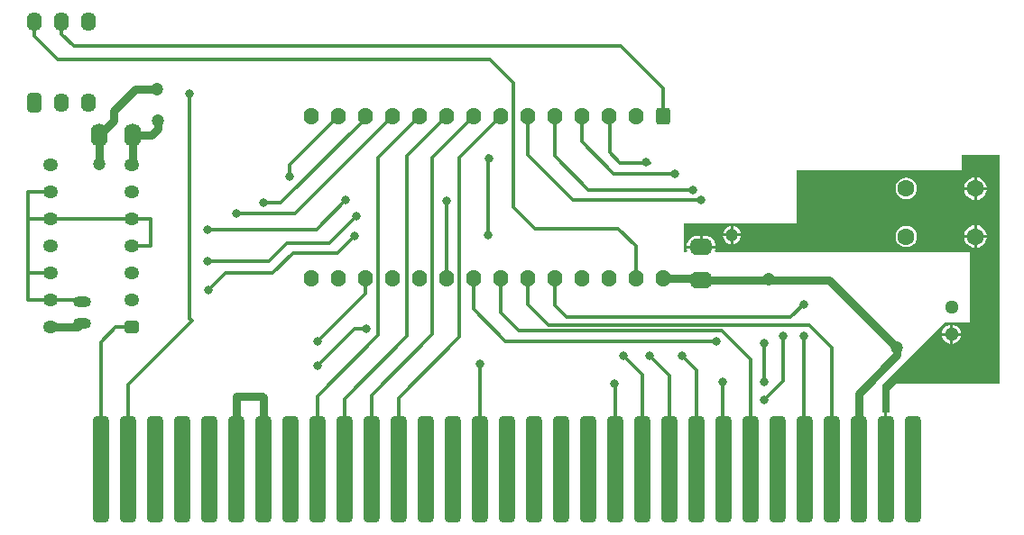
<source format=gbl>
G04 Layer_Physical_Order=2*
G04 Layer_Color=16711680*
%FSAX24Y24*%
%MOIN*%
G70*
G01*
G75*
G04:AMPARAMS|DCode=10|XSize=59.1mil|YSize=393.7mil|CornerRadius=14.8mil|HoleSize=0mil|Usage=FLASHONLY|Rotation=0.000|XOffset=0mil|YOffset=0mil|HoleType=Round|Shape=RoundedRectangle|*
%AMROUNDEDRECTD10*
21,1,0.0591,0.3642,0,0,0.0*
21,1,0.0295,0.3937,0,0,0.0*
1,1,0.0295,0.0148,-0.1821*
1,1,0.0295,-0.0148,-0.1821*
1,1,0.0295,-0.0148,0.1821*
1,1,0.0295,0.0148,0.1821*
%
%ADD10ROUNDEDRECTD10*%
%ADD12O,0.0669X0.0394*%
%ADD13C,0.0295*%
%ADD14C,0.0118*%
%ADD15O,0.0551X0.0472*%
G04:AMPARAMS|DCode=16|XSize=55.1mil|YSize=47.2mil|CornerRadius=11.8mil|HoleSize=0mil|Usage=FLASHONLY|Rotation=180.000|XOffset=0mil|YOffset=0mil|HoleType=Round|Shape=RoundedRectangle|*
%AMROUNDEDRECTD16*
21,1,0.0551,0.0236,0,0,180.0*
21,1,0.0315,0.0472,0,0,180.0*
1,1,0.0236,-0.0157,0.0118*
1,1,0.0236,0.0157,0.0118*
1,1,0.0236,0.0157,-0.0118*
1,1,0.0236,-0.0157,-0.0118*
%
%ADD16ROUNDEDRECTD16*%
%ADD17O,0.0551X0.0630*%
G04:AMPARAMS|DCode=18|XSize=55.1mil|YSize=63mil|CornerRadius=13.8mil|HoleSize=0mil|Usage=FLASHONLY|Rotation=180.000|XOffset=0mil|YOffset=0mil|HoleType=Round|Shape=RoundedRectangle|*
%AMROUNDEDRECTD18*
21,1,0.0551,0.0354,0,0,180.0*
21,1,0.0276,0.0630,0,0,180.0*
1,1,0.0276,-0.0138,0.0177*
1,1,0.0276,0.0138,0.0177*
1,1,0.0276,0.0138,-0.0177*
1,1,0.0276,-0.0138,-0.0177*
%
%ADD18ROUNDEDRECTD18*%
G04:AMPARAMS|DCode=19|XSize=55.1mil|YSize=70.9mil|CornerRadius=13.8mil|HoleSize=0mil|Usage=FLASHONLY|Rotation=0.000|XOffset=0mil|YOffset=0mil|HoleType=Round|Shape=RoundedRectangle|*
%AMROUNDEDRECTD19*
21,1,0.0551,0.0433,0,0,0.0*
21,1,0.0276,0.0709,0,0,0.0*
1,1,0.0276,0.0138,-0.0217*
1,1,0.0276,-0.0138,-0.0217*
1,1,0.0276,-0.0138,0.0217*
1,1,0.0276,0.0138,0.0217*
%
%ADD19ROUNDEDRECTD19*%
%ADD20O,0.0551X0.0709*%
%ADD21C,0.0512*%
%ADD22C,0.0630*%
%ADD23C,0.0472*%
%ADD24C,0.0315*%
%ADD25O,0.0866X0.0630*%
%ADD26O,0.0630X0.0866*%
G36*
X059685Y024409D02*
X059685Y015945D01*
X055866D01*
X055630Y015709D01*
Y014873D01*
X055624Y014869D01*
X055526D01*
Y012795D01*
X055426D01*
Y014869D01*
X055354D01*
Y015906D01*
X057677Y018228D01*
X058583D01*
Y020827D01*
X049200D01*
X049173Y020868D01*
X049184Y020896D01*
X049191Y020954D01*
X048661D01*
X048131D01*
X048139Y020896D01*
X048150Y020868D01*
X048123Y020827D01*
X048032D01*
Y021890D01*
X052177D01*
Y023858D01*
X058275D01*
X058275Y024409D01*
X059685Y024409D01*
D02*
G37*
%LPC*%
G36*
X056240Y021795D02*
X056137Y021781D01*
X056042Y021742D01*
X055959Y021678D01*
X055896Y021596D01*
X055857Y021500D01*
X055843Y021398D01*
X055857Y021295D01*
X055896Y021199D01*
X055959Y021117D01*
X056042Y021054D01*
X056137Y021014D01*
X056240Y021001D01*
X056343Y021014D01*
X056439Y021054D01*
X056521Y021117D01*
X056584Y021199D01*
X056624Y021295D01*
X056637Y021398D01*
X056624Y021500D01*
X056584Y021596D01*
X056521Y021678D01*
X056439Y021742D01*
X056343Y021781D01*
X056240Y021795D01*
D02*
G37*
G36*
X058749Y021348D02*
X058387D01*
X058395Y021289D01*
X058437Y021188D01*
X058503Y021102D01*
X058590Y021035D01*
X058691Y020993D01*
X058749Y020986D01*
Y021348D01*
D02*
G37*
G36*
X048780Y021422D02*
X048711D01*
Y021054D01*
X049191D01*
X049184Y021112D01*
X049142Y021213D01*
X049075Y021300D01*
X048989Y021366D01*
X048888Y021408D01*
X048780Y021422D01*
D02*
G37*
G36*
X048611D02*
X048543D01*
X048435Y021408D01*
X048334Y021366D01*
X048247Y021300D01*
X048181Y021213D01*
X048139Y021112D01*
X048131Y021054D01*
X048611D01*
Y021422D01*
D02*
G37*
G36*
X059211Y021348D02*
X058849D01*
Y020986D01*
X058908Y020993D01*
X059008Y021035D01*
X059095Y021102D01*
X059162Y021188D01*
X059203Y021289D01*
X059211Y021348D01*
D02*
G37*
G36*
X057863Y017730D02*
X057561D01*
X057567Y017687D01*
X057603Y017600D01*
X057660Y017526D01*
X057734Y017469D01*
X057820Y017433D01*
X057863Y017427D01*
Y017730D01*
D02*
G37*
G36*
X058266D02*
X057963D01*
Y017427D01*
X058006Y017433D01*
X058093Y017469D01*
X058167Y017526D01*
X058224Y017600D01*
X058260Y017687D01*
X058266Y017730D01*
D02*
G37*
G36*
X057963Y018132D02*
Y017830D01*
X058266D01*
X058260Y017872D01*
X058224Y017959D01*
X058167Y018033D01*
X058093Y018090D01*
X058006Y018126D01*
X057963Y018132D01*
D02*
G37*
G36*
X057863Y018132D02*
X057820Y018126D01*
X057734Y018090D01*
X057660Y018033D01*
X057603Y017959D01*
X057567Y017872D01*
X057561Y017830D01*
X057863D01*
Y018132D01*
D02*
G37*
G36*
X049753Y021407D02*
X049471D01*
X049476Y021369D01*
X049509Y021287D01*
X049563Y021217D01*
X049634Y021163D01*
X049715Y021129D01*
X049753Y021124D01*
Y021407D01*
D02*
G37*
G36*
X058749Y023119D02*
X058387D01*
X058395Y023061D01*
X058437Y022960D01*
X058503Y022873D01*
X058590Y022807D01*
X058691Y022765D01*
X058749Y022757D01*
Y023119D01*
D02*
G37*
G36*
X059211D02*
X058849D01*
Y022757D01*
X058908Y022765D01*
X059008Y022807D01*
X059095Y022873D01*
X059162Y022960D01*
X059203Y023061D01*
X059211Y023119D01*
D02*
G37*
G36*
X056240Y023566D02*
X056137Y023553D01*
X056042Y023513D01*
X055959Y023450D01*
X055896Y023368D01*
X055857Y023272D01*
X055843Y023169D01*
X055857Y023067D01*
X055896Y022971D01*
X055959Y022889D01*
X056042Y022825D01*
X056137Y022786D01*
X056240Y022772D01*
X056343Y022786D01*
X056439Y022825D01*
X056521Y022889D01*
X056584Y022971D01*
X056624Y023067D01*
X056637Y023169D01*
X056624Y023272D01*
X056584Y023368D01*
X056521Y023450D01*
X056439Y023513D01*
X056343Y023553D01*
X056240Y023566D01*
D02*
G37*
G36*
X058849Y023581D02*
Y023219D01*
X059211D01*
X059203Y023278D01*
X059162Y023379D01*
X059095Y023465D01*
X059008Y023532D01*
X058908Y023574D01*
X058849Y023581D01*
D02*
G37*
G36*
X058749Y023581D02*
X058691Y023574D01*
X058590Y023532D01*
X058503Y023465D01*
X058437Y023379D01*
X058395Y023278D01*
X058387Y023219D01*
X058749D01*
Y023581D01*
D02*
G37*
G36*
Y021810D02*
X058691Y021802D01*
X058590Y021760D01*
X058503Y021694D01*
X058437Y021607D01*
X058395Y021506D01*
X058387Y021448D01*
X058749D01*
Y021810D01*
D02*
G37*
G36*
X050136Y021407D02*
X049853D01*
Y021124D01*
X049891Y021129D01*
X049973Y021163D01*
X050043Y021217D01*
X050097Y021287D01*
X050131Y021369D01*
X050136Y021407D01*
D02*
G37*
G36*
X058849Y021810D02*
Y021448D01*
X059211D01*
X059203Y021506D01*
X059162Y021607D01*
X059095Y021694D01*
X059008Y021760D01*
X058908Y021802D01*
X058849Y021810D01*
D02*
G37*
G36*
X049853Y021789D02*
Y021507D01*
X050136D01*
X050131Y021544D01*
X050097Y021626D01*
X050043Y021696D01*
X049973Y021750D01*
X049891Y021784D01*
X049853Y021789D01*
D02*
G37*
G36*
X049753D02*
X049715Y021784D01*
X049634Y021750D01*
X049563Y021696D01*
X049509Y021626D01*
X049476Y021544D01*
X049471Y021507D01*
X049753D01*
Y021789D01*
D02*
G37*
%LPD*%
G54D10*
X026476Y012795D02*
D03*
X027476Y012795D02*
D03*
X028476Y012795D02*
D03*
X029476D02*
D03*
X030476Y012795D02*
D03*
X031476Y012795D02*
D03*
X032476Y012795D02*
D03*
X033476D02*
D03*
X034476Y012795D02*
D03*
X035476D02*
D03*
X036476Y012795D02*
D03*
X037476Y012795D02*
D03*
X038476Y012795D02*
D03*
X039476Y012795D02*
D03*
X040476Y012795D02*
D03*
X041476Y012795D02*
D03*
X042476D02*
D03*
X043476Y012795D02*
D03*
X044476D02*
D03*
X045476Y012795D02*
D03*
X046476Y012795D02*
D03*
X047476D02*
D03*
X048476D02*
D03*
X049476Y012795D02*
D03*
X050476Y012795D02*
D03*
X051476Y012795D02*
D03*
X052476D02*
D03*
X053476D02*
D03*
X054476Y012795D02*
D03*
X055476Y012795D02*
D03*
X056476D02*
D03*
G54D12*
X025787Y018189D02*
D03*
Y018976D02*
D03*
G54D13*
X024638Y018039D02*
X025638D01*
X025787Y018189D01*
X031476Y012795D02*
Y015492D01*
X032421D01*
X032476Y015437D01*
Y012795D01*
X027657Y024059D02*
Y025157D01*
X028346D01*
X028583Y025394D01*
Y025669D01*
X027657Y024059D02*
X027638Y024039D01*
X026969Y025689D02*
Y026063D01*
X027756Y026850D01*
X028543D01*
X026969Y025689D02*
X026437Y025157D01*
Y024114D01*
X026417Y024094D01*
X047248Y019835D02*
X048610D01*
X048661Y019783D01*
X053406D01*
X055906Y017283D01*
Y017008D01*
X054476Y015579D01*
Y012795D01*
G54D14*
X023795Y019039D02*
X024638D01*
X025567D01*
X025748Y018858D01*
X026476Y017480D02*
X027035Y018039D01*
X027638D01*
X026476Y017480D02*
Y012795D01*
X027476Y012795D02*
Y015902D01*
X029843Y018268D01*
X029764Y018346D01*
Y026693D01*
X033465Y023622D02*
Y024051D01*
X035248Y025835D01*
X036732Y024319D02*
X038248Y025835D01*
X037795Y024382D02*
X039248Y025835D01*
X038740Y024327D02*
X040248Y025835D01*
X040787Y024370D02*
X040827Y024331D01*
Y024291D01*
X040787Y024370D02*
Y021457D01*
X040248Y019835D02*
Y018709D01*
X041437Y017520D01*
X049213D01*
X048476Y016445D02*
Y012795D01*
X048504Y012823D01*
X049449Y012823D02*
X049476Y012795D01*
X049488Y012807D01*
X049449Y012823D02*
Y016024D01*
X050984Y015354D02*
X051693Y016063D01*
Y017717D01*
X052461D02*
Y012811D01*
X052476Y012795D01*
X053476D02*
Y017291D01*
X052657Y018110D01*
X043012D01*
X042248Y018874D01*
Y019835D01*
X043248Y019835D02*
Y018858D01*
X043701Y018406D01*
X051968D01*
X052461Y018898D01*
X050984Y017441D02*
Y016024D01*
X050476Y016846D02*
X049409Y017913D01*
X041929D01*
X041248Y018594D01*
Y019835D01*
X039724Y017677D02*
Y024311D01*
X041248Y025835D01*
X042248Y024409D02*
Y025835D01*
X043248D02*
Y024370D01*
X044488Y023130D01*
X048346D01*
X048425D01*
X048661Y022736D02*
X043921D01*
X042248Y024409D01*
X044248Y024902D02*
Y025835D01*
Y024902D02*
X045429Y023720D01*
X047736D01*
X046752Y024114D02*
X045669D01*
X045276Y024508D01*
Y025807D01*
X045248Y025835D01*
X047248D02*
Y026886D01*
X045689Y028445D01*
X025492D01*
X025039Y028898D01*
Y029335D01*
X024039D02*
Y028815D01*
X024902Y027953D01*
X040866D01*
X041732Y027087D01*
Y022480D01*
X042520Y021693D01*
X045591D01*
X046248Y021035D01*
Y019835D01*
X045787Y016968D02*
X046476Y016280D01*
Y012795D01*
X046457Y012815D01*
X047476Y012795D02*
Y016264D01*
X046772Y016968D01*
X047953D02*
X048476Y016445D01*
X050476Y016846D02*
Y012795D01*
X047476D02*
X047480Y012799D01*
X045476Y012795D02*
Y015941D01*
X045472Y015945D01*
X039724Y017677D02*
X037476Y015429D01*
Y012795D01*
X036476Y012795D02*
Y015512D01*
X038740Y017776D01*
Y024327D01*
X037795Y024382D02*
Y017717D01*
X035476Y015398D01*
Y012795D01*
X034476D02*
Y015480D01*
X036732Y017736D01*
Y024319D01*
X036248Y025760D02*
Y025835D01*
Y025760D02*
X033126Y022638D01*
X032480D01*
X033366Y021161D02*
X034941D01*
X035925Y022146D01*
X035531Y022736D02*
X034449Y021654D01*
X030413D01*
Y020472D02*
X032677D01*
X033366Y021161D01*
X033583Y020787D02*
X035236D01*
X035866Y021417D01*
X036248Y019835D02*
Y019280D01*
X034488Y017520D01*
X034476Y016614D02*
X035854Y017992D01*
X036299D01*
X039248Y019835D02*
X039252Y019839D01*
Y022717D01*
X037248Y025835D02*
X033657Y022244D01*
X031496D01*
X033583Y020787D02*
X032835Y020039D01*
X031102D01*
X030472Y019409D01*
X028331Y022032D02*
X028323Y022039D01*
X027638D01*
X024638D01*
X023803D01*
X023787Y022055D01*
Y023039D01*
X024638D01*
X023787Y022055D02*
X023780Y022047D01*
Y020039D01*
X024638D01*
X023780D02*
Y019055D01*
X023795Y019039D01*
X027638Y021039D02*
X028331D01*
Y022032D01*
X040476Y012795D02*
Y016697D01*
G54D15*
X024638Y018039D02*
D03*
Y019039D02*
D03*
Y020039D02*
D03*
Y021039D02*
D03*
Y022039D02*
D03*
Y023039D02*
D03*
Y024039D02*
D03*
X027638Y022039D02*
D03*
Y021039D02*
D03*
Y020039D02*
D03*
Y019039D02*
D03*
Y023039D02*
D03*
Y024039D02*
D03*
G54D16*
X027638Y018039D02*
D03*
G54D17*
X034248Y019835D02*
D03*
X035248Y019835D02*
D03*
X036248D02*
D03*
X037248D02*
D03*
X038248Y019835D02*
D03*
X039248Y019835D02*
D03*
X040248D02*
D03*
X041248D02*
D03*
X042248D02*
D03*
X043248Y019835D02*
D03*
X044248Y019835D02*
D03*
X045248D02*
D03*
X046248D02*
D03*
X047248Y019835D02*
D03*
X046248Y025835D02*
D03*
X045248D02*
D03*
X044248D02*
D03*
X043248D02*
D03*
X042248D02*
D03*
X041248D02*
D03*
X040248D02*
D03*
X039248D02*
D03*
X038248D02*
D03*
X037248D02*
D03*
X036248D02*
D03*
X035248D02*
D03*
X034248D02*
D03*
G54D18*
X047248Y025835D02*
D03*
G54D19*
X024039Y026335D02*
D03*
G54D20*
X026039Y026335D02*
D03*
X025039D02*
D03*
X026039Y029335D02*
D03*
X025039D02*
D03*
X024039D02*
D03*
G54D21*
X057913Y017780D02*
D03*
Y018780D02*
D03*
G54D22*
X056240Y021398D02*
D03*
X058799D02*
D03*
Y023169D02*
D03*
X056240D02*
D03*
G54D23*
X026417Y024094D02*
D03*
X028583Y025669D02*
D03*
X028543Y026850D02*
D03*
X049803Y021457D02*
D03*
X051142Y019803D02*
D03*
X055906Y017283D02*
D03*
G54D24*
X029764Y026693D02*
D03*
X033465Y023622D02*
D03*
X032480Y022638D02*
D03*
X031496Y022244D02*
D03*
X030413Y021654D02*
D03*
Y020472D02*
D03*
X030472Y019409D02*
D03*
X034476Y016614D02*
D03*
X034488Y017520D02*
D03*
X036299Y017992D02*
D03*
X040476Y016697D02*
D03*
X045472Y015945D02*
D03*
X045787Y016968D02*
D03*
X046772D02*
D03*
X047953D02*
D03*
X049213Y017520D02*
D03*
X049449Y016024D02*
D03*
X050984Y015354D02*
D03*
Y016024D02*
D03*
X051693Y017717D02*
D03*
X052461D02*
D03*
Y018898D02*
D03*
X050984Y017441D02*
D03*
X048661Y022736D02*
D03*
X048346Y023130D02*
D03*
X047677Y023701D02*
D03*
X046614Y024134D02*
D03*
X040827Y024291D02*
D03*
X039252Y022717D02*
D03*
X040787Y021457D02*
D03*
X035925Y022146D02*
D03*
X035531Y022736D02*
D03*
X035866Y021417D02*
D03*
G54D25*
X048661Y019783D02*
D03*
Y021004D02*
D03*
G54D26*
X026437Y025157D02*
D03*
X027657D02*
D03*
M02*

</source>
